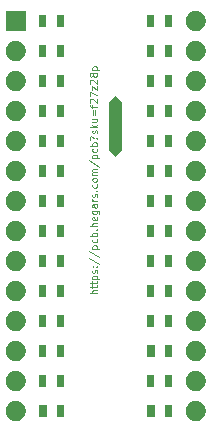
<source format=gbr>
G04 #@! TF.GenerationSoftware,KiCad,Pcbnew,(5.1.6)-1*
G04 #@! TF.CreationDate,2020-12-06T15:05:41+11:00*
G04 #@! TF.ProjectId,EAadaptor,45416164-6170-4746-9f72-2e6b69636164,rev?*
G04 #@! TF.SameCoordinates,Original*
G04 #@! TF.FileFunction,Soldermask,Top*
G04 #@! TF.FilePolarity,Negative*
%FSLAX46Y46*%
G04 Gerber Fmt 4.6, Leading zero omitted, Abs format (unit mm)*
G04 Created by KiCad (PCBNEW (5.1.6)-1) date 2020-12-06 15:05:41*
%MOMM*%
%LPD*%
G01*
G04 APERTURE LIST*
%ADD10C,0.100000*%
%ADD11C,0.125000*%
G04 APERTURE END LIST*
D10*
G36*
X146558000Y-89916000D02*
G01*
X146050000Y-89408000D01*
X147066000Y-89408000D01*
X146558000Y-89916000D01*
G37*
X146558000Y-89916000D02*
X146050000Y-89408000D01*
X147066000Y-89408000D01*
X146558000Y-89916000D01*
G36*
X147066000Y-85344000D02*
G01*
X146050000Y-85344000D01*
X146558000Y-84836000D01*
X147066000Y-85344000D01*
G37*
X147066000Y-85344000D02*
X146050000Y-85344000D01*
X146558000Y-84836000D01*
X147066000Y-85344000D01*
G36*
X147066000Y-89408000D02*
G01*
X146050000Y-89408000D01*
X146050000Y-85344000D01*
X147066000Y-85344000D01*
X147066000Y-89408000D01*
G37*
X147066000Y-89408000D02*
X146050000Y-89408000D01*
X146050000Y-85344000D01*
X147066000Y-85344000D01*
X147066000Y-89408000D01*
D11*
X145051428Y-101548000D02*
X144451428Y-101548000D01*
X145051428Y-101290857D02*
X144737142Y-101290857D01*
X144680000Y-101319428D01*
X144651428Y-101376571D01*
X144651428Y-101462285D01*
X144680000Y-101519428D01*
X144708571Y-101548000D01*
X144651428Y-101090857D02*
X144651428Y-100862285D01*
X144451428Y-101005142D02*
X144965714Y-101005142D01*
X145022857Y-100976571D01*
X145051428Y-100919428D01*
X145051428Y-100862285D01*
X144651428Y-100748000D02*
X144651428Y-100519428D01*
X144451428Y-100662285D02*
X144965714Y-100662285D01*
X145022857Y-100633714D01*
X145051428Y-100576571D01*
X145051428Y-100519428D01*
X144651428Y-100319428D02*
X145251428Y-100319428D01*
X144680000Y-100319428D02*
X144651428Y-100262285D01*
X144651428Y-100148000D01*
X144680000Y-100090857D01*
X144708571Y-100062285D01*
X144765714Y-100033714D01*
X144937142Y-100033714D01*
X144994285Y-100062285D01*
X145022857Y-100090857D01*
X145051428Y-100148000D01*
X145051428Y-100262285D01*
X145022857Y-100319428D01*
X145022857Y-99805142D02*
X145051428Y-99748000D01*
X145051428Y-99633714D01*
X145022857Y-99576571D01*
X144965714Y-99548000D01*
X144937142Y-99548000D01*
X144880000Y-99576571D01*
X144851428Y-99633714D01*
X144851428Y-99719428D01*
X144822857Y-99776571D01*
X144765714Y-99805142D01*
X144737142Y-99805142D01*
X144680000Y-99776571D01*
X144651428Y-99719428D01*
X144651428Y-99633714D01*
X144680000Y-99576571D01*
X144994285Y-99290857D02*
X145022857Y-99262285D01*
X145051428Y-99290857D01*
X145022857Y-99319428D01*
X144994285Y-99290857D01*
X145051428Y-99290857D01*
X144680000Y-99290857D02*
X144708571Y-99262285D01*
X144737142Y-99290857D01*
X144708571Y-99319428D01*
X144680000Y-99290857D01*
X144737142Y-99290857D01*
X144422857Y-98576571D02*
X145194285Y-99090857D01*
X144422857Y-97948000D02*
X145194285Y-98462285D01*
X144651428Y-97748000D02*
X145251428Y-97748000D01*
X144680000Y-97748000D02*
X144651428Y-97690857D01*
X144651428Y-97576571D01*
X144680000Y-97519428D01*
X144708571Y-97490857D01*
X144765714Y-97462285D01*
X144937142Y-97462285D01*
X144994285Y-97490857D01*
X145022857Y-97519428D01*
X145051428Y-97576571D01*
X145051428Y-97690857D01*
X145022857Y-97748000D01*
X145022857Y-96948000D02*
X145051428Y-97005142D01*
X145051428Y-97119428D01*
X145022857Y-97176571D01*
X144994285Y-97205142D01*
X144937142Y-97233714D01*
X144765714Y-97233714D01*
X144708571Y-97205142D01*
X144680000Y-97176571D01*
X144651428Y-97119428D01*
X144651428Y-97005142D01*
X144680000Y-96948000D01*
X145051428Y-96690857D02*
X144451428Y-96690857D01*
X144680000Y-96690857D02*
X144651428Y-96633714D01*
X144651428Y-96519428D01*
X144680000Y-96462285D01*
X144708571Y-96433714D01*
X144765714Y-96405142D01*
X144937142Y-96405142D01*
X144994285Y-96433714D01*
X145022857Y-96462285D01*
X145051428Y-96519428D01*
X145051428Y-96633714D01*
X145022857Y-96690857D01*
X144994285Y-96148000D02*
X145022857Y-96119428D01*
X145051428Y-96148000D01*
X145022857Y-96176571D01*
X144994285Y-96148000D01*
X145051428Y-96148000D01*
X145051428Y-95862285D02*
X144451428Y-95862285D01*
X145051428Y-95605142D02*
X144737142Y-95605142D01*
X144680000Y-95633714D01*
X144651428Y-95690857D01*
X144651428Y-95776571D01*
X144680000Y-95833714D01*
X144708571Y-95862285D01*
X145022857Y-95090857D02*
X145051428Y-95148000D01*
X145051428Y-95262285D01*
X145022857Y-95319428D01*
X144965714Y-95348000D01*
X144737142Y-95348000D01*
X144680000Y-95319428D01*
X144651428Y-95262285D01*
X144651428Y-95148000D01*
X144680000Y-95090857D01*
X144737142Y-95062285D01*
X144794285Y-95062285D01*
X144851428Y-95348000D01*
X144651428Y-94548000D02*
X145137142Y-94548000D01*
X145194285Y-94576571D01*
X145222857Y-94605142D01*
X145251428Y-94662285D01*
X145251428Y-94748000D01*
X145222857Y-94805142D01*
X145022857Y-94548000D02*
X145051428Y-94605142D01*
X145051428Y-94719428D01*
X145022857Y-94776571D01*
X144994285Y-94805142D01*
X144937142Y-94833714D01*
X144765714Y-94833714D01*
X144708571Y-94805142D01*
X144680000Y-94776571D01*
X144651428Y-94719428D01*
X144651428Y-94605142D01*
X144680000Y-94548000D01*
X145051428Y-94005142D02*
X144737142Y-94005142D01*
X144680000Y-94033714D01*
X144651428Y-94090857D01*
X144651428Y-94205142D01*
X144680000Y-94262285D01*
X145022857Y-94005142D02*
X145051428Y-94062285D01*
X145051428Y-94205142D01*
X145022857Y-94262285D01*
X144965714Y-94290857D01*
X144908571Y-94290857D01*
X144851428Y-94262285D01*
X144822857Y-94205142D01*
X144822857Y-94062285D01*
X144794285Y-94005142D01*
X145051428Y-93719428D02*
X144651428Y-93719428D01*
X144765714Y-93719428D02*
X144708571Y-93690857D01*
X144680000Y-93662285D01*
X144651428Y-93605142D01*
X144651428Y-93548000D01*
X145022857Y-93376571D02*
X145051428Y-93319428D01*
X145051428Y-93205142D01*
X145022857Y-93148000D01*
X144965714Y-93119428D01*
X144937142Y-93119428D01*
X144880000Y-93148000D01*
X144851428Y-93205142D01*
X144851428Y-93290857D01*
X144822857Y-93348000D01*
X144765714Y-93376571D01*
X144737142Y-93376571D01*
X144680000Y-93348000D01*
X144651428Y-93290857D01*
X144651428Y-93205142D01*
X144680000Y-93148000D01*
X144994285Y-92862285D02*
X145022857Y-92833714D01*
X145051428Y-92862285D01*
X145022857Y-92890857D01*
X144994285Y-92862285D01*
X145051428Y-92862285D01*
X145022857Y-92319428D02*
X145051428Y-92376571D01*
X145051428Y-92490857D01*
X145022857Y-92548000D01*
X144994285Y-92576571D01*
X144937142Y-92605142D01*
X144765714Y-92605142D01*
X144708571Y-92576571D01*
X144680000Y-92548000D01*
X144651428Y-92490857D01*
X144651428Y-92376571D01*
X144680000Y-92319428D01*
X145051428Y-91976571D02*
X145022857Y-92033714D01*
X144994285Y-92062285D01*
X144937142Y-92090857D01*
X144765714Y-92090857D01*
X144708571Y-92062285D01*
X144680000Y-92033714D01*
X144651428Y-91976571D01*
X144651428Y-91890857D01*
X144680000Y-91833714D01*
X144708571Y-91805142D01*
X144765714Y-91776571D01*
X144937142Y-91776571D01*
X144994285Y-91805142D01*
X145022857Y-91833714D01*
X145051428Y-91890857D01*
X145051428Y-91976571D01*
X145051428Y-91519428D02*
X144651428Y-91519428D01*
X144708571Y-91519428D02*
X144680000Y-91490857D01*
X144651428Y-91433714D01*
X144651428Y-91348000D01*
X144680000Y-91290857D01*
X144737142Y-91262285D01*
X145051428Y-91262285D01*
X144737142Y-91262285D02*
X144680000Y-91233714D01*
X144651428Y-91176571D01*
X144651428Y-91090857D01*
X144680000Y-91033714D01*
X144737142Y-91005142D01*
X145051428Y-91005142D01*
X144422857Y-90290857D02*
X145194285Y-90805142D01*
X144651428Y-90090857D02*
X145251428Y-90090857D01*
X144680000Y-90090857D02*
X144651428Y-90033714D01*
X144651428Y-89919428D01*
X144680000Y-89862285D01*
X144708571Y-89833714D01*
X144765714Y-89805142D01*
X144937142Y-89805142D01*
X144994285Y-89833714D01*
X145022857Y-89862285D01*
X145051428Y-89919428D01*
X145051428Y-90033714D01*
X145022857Y-90090857D01*
X145022857Y-89290857D02*
X145051428Y-89348000D01*
X145051428Y-89462285D01*
X145022857Y-89519428D01*
X144994285Y-89548000D01*
X144937142Y-89576571D01*
X144765714Y-89576571D01*
X144708571Y-89548000D01*
X144680000Y-89519428D01*
X144651428Y-89462285D01*
X144651428Y-89348000D01*
X144680000Y-89290857D01*
X145051428Y-89033714D02*
X144451428Y-89033714D01*
X144680000Y-89033714D02*
X144651428Y-88976571D01*
X144651428Y-88862285D01*
X144680000Y-88805142D01*
X144708571Y-88776571D01*
X144765714Y-88748000D01*
X144937142Y-88748000D01*
X144994285Y-88776571D01*
X145022857Y-88805142D01*
X145051428Y-88862285D01*
X145051428Y-88976571D01*
X145022857Y-89033714D01*
X144994285Y-88405142D02*
X145022857Y-88376571D01*
X145051428Y-88405142D01*
X145022857Y-88433714D01*
X144994285Y-88405142D01*
X145051428Y-88405142D01*
X144480000Y-88519428D02*
X144451428Y-88462285D01*
X144451428Y-88319428D01*
X144480000Y-88262285D01*
X144537142Y-88233714D01*
X144594285Y-88233714D01*
X144651428Y-88262285D01*
X144680000Y-88290857D01*
X144708571Y-88348000D01*
X144737142Y-88376571D01*
X144794285Y-88405142D01*
X144822857Y-88405142D01*
X145022857Y-88005142D02*
X145051428Y-87948000D01*
X145051428Y-87833714D01*
X145022857Y-87776571D01*
X144965714Y-87748000D01*
X144937142Y-87748000D01*
X144880000Y-87776571D01*
X144851428Y-87833714D01*
X144851428Y-87919428D01*
X144822857Y-87976571D01*
X144765714Y-88005142D01*
X144737142Y-88005142D01*
X144680000Y-87976571D01*
X144651428Y-87919428D01*
X144651428Y-87833714D01*
X144680000Y-87776571D01*
X145051428Y-87490857D02*
X144451428Y-87490857D01*
X144822857Y-87433714D02*
X145051428Y-87262285D01*
X144651428Y-87262285D02*
X144880000Y-87490857D01*
X144651428Y-86748000D02*
X145051428Y-86748000D01*
X144651428Y-87005142D02*
X144965714Y-87005142D01*
X145022857Y-86976571D01*
X145051428Y-86919428D01*
X145051428Y-86833714D01*
X145022857Y-86776571D01*
X144994285Y-86748000D01*
X144737142Y-86462285D02*
X144737142Y-86005142D01*
X144908571Y-86005142D02*
X144908571Y-86462285D01*
X144651428Y-85805142D02*
X144651428Y-85576571D01*
X145051428Y-85719428D02*
X144537142Y-85719428D01*
X144480000Y-85690857D01*
X144451428Y-85633714D01*
X144451428Y-85576571D01*
X144508571Y-85405142D02*
X144480000Y-85376571D01*
X144451428Y-85319428D01*
X144451428Y-85176571D01*
X144480000Y-85119428D01*
X144508571Y-85090857D01*
X144565714Y-85062285D01*
X144622857Y-85062285D01*
X144708571Y-85090857D01*
X145051428Y-85433714D01*
X145051428Y-85062285D01*
X144451428Y-84862285D02*
X144451428Y-84462285D01*
X145051428Y-84719428D01*
X144651428Y-84290857D02*
X144651428Y-83976571D01*
X145051428Y-84290857D01*
X145051428Y-83976571D01*
X144508571Y-83776571D02*
X144480000Y-83748000D01*
X144451428Y-83690857D01*
X144451428Y-83548000D01*
X144480000Y-83490857D01*
X144508571Y-83462285D01*
X144565714Y-83433714D01*
X144622857Y-83433714D01*
X144708571Y-83462285D01*
X145051428Y-83805142D01*
X145051428Y-83433714D01*
X144708571Y-83090857D02*
X144680000Y-83148000D01*
X144651428Y-83176571D01*
X144594285Y-83205142D01*
X144565714Y-83205142D01*
X144508571Y-83176571D01*
X144480000Y-83148000D01*
X144451428Y-83090857D01*
X144451428Y-82976571D01*
X144480000Y-82919428D01*
X144508571Y-82890857D01*
X144565714Y-82862285D01*
X144594285Y-82862285D01*
X144651428Y-82890857D01*
X144680000Y-82919428D01*
X144708571Y-82976571D01*
X144708571Y-83090857D01*
X144737142Y-83148000D01*
X144765714Y-83176571D01*
X144822857Y-83205142D01*
X144937142Y-83205142D01*
X144994285Y-83176571D01*
X145022857Y-83148000D01*
X145051428Y-83090857D01*
X145051428Y-82976571D01*
X145022857Y-82919428D01*
X144994285Y-82890857D01*
X144937142Y-82862285D01*
X144822857Y-82862285D01*
X144765714Y-82890857D01*
X144737142Y-82919428D01*
X144708571Y-82976571D01*
X144651428Y-82605142D02*
X145251428Y-82605142D01*
X144680000Y-82605142D02*
X144651428Y-82548000D01*
X144651428Y-82433714D01*
X144680000Y-82376571D01*
X144708571Y-82348000D01*
X144765714Y-82319428D01*
X144937142Y-82319428D01*
X144994285Y-82348000D01*
X145022857Y-82376571D01*
X145051428Y-82433714D01*
X145051428Y-82548000D01*
X145022857Y-82605142D01*
D10*
G36*
X153664228Y-110687703D02*
G01*
X153819100Y-110751853D01*
X153958481Y-110844985D01*
X154077015Y-110963519D01*
X154170147Y-111102900D01*
X154234297Y-111257772D01*
X154267000Y-111422184D01*
X154267000Y-111589816D01*
X154234297Y-111754228D01*
X154170147Y-111909100D01*
X154077015Y-112048481D01*
X153958481Y-112167015D01*
X153819100Y-112260147D01*
X153664228Y-112324297D01*
X153499816Y-112357000D01*
X153332184Y-112357000D01*
X153167772Y-112324297D01*
X153012900Y-112260147D01*
X152873519Y-112167015D01*
X152754985Y-112048481D01*
X152661853Y-111909100D01*
X152597703Y-111754228D01*
X152565000Y-111589816D01*
X152565000Y-111422184D01*
X152597703Y-111257772D01*
X152661853Y-111102900D01*
X152754985Y-110963519D01*
X152873519Y-110844985D01*
X153012900Y-110751853D01*
X153167772Y-110687703D01*
X153332184Y-110655000D01*
X153499816Y-110655000D01*
X153664228Y-110687703D01*
G37*
G36*
X138424228Y-110687703D02*
G01*
X138579100Y-110751853D01*
X138718481Y-110844985D01*
X138837015Y-110963519D01*
X138930147Y-111102900D01*
X138994297Y-111257772D01*
X139027000Y-111422184D01*
X139027000Y-111589816D01*
X138994297Y-111754228D01*
X138930147Y-111909100D01*
X138837015Y-112048481D01*
X138718481Y-112167015D01*
X138579100Y-112260147D01*
X138424228Y-112324297D01*
X138259816Y-112357000D01*
X138092184Y-112357000D01*
X137927772Y-112324297D01*
X137772900Y-112260147D01*
X137633519Y-112167015D01*
X137514985Y-112048481D01*
X137421853Y-111909100D01*
X137357703Y-111754228D01*
X137325000Y-111589816D01*
X137325000Y-111422184D01*
X137357703Y-111257772D01*
X137421853Y-111102900D01*
X137514985Y-110963519D01*
X137633519Y-110844985D01*
X137772900Y-110751853D01*
X137927772Y-110687703D01*
X138092184Y-110655000D01*
X138259816Y-110655000D01*
X138424228Y-110687703D01*
G37*
G36*
X151431000Y-112007000D02*
G01*
X150829000Y-112007000D01*
X150829000Y-111005000D01*
X151431000Y-111005000D01*
X151431000Y-112007000D01*
G37*
G36*
X140787000Y-112007000D02*
G01*
X140185000Y-112007000D01*
X140185000Y-111005000D01*
X140787000Y-111005000D01*
X140787000Y-112007000D01*
G37*
G36*
X149931000Y-112007000D02*
G01*
X149329000Y-112007000D01*
X149329000Y-111005000D01*
X149931000Y-111005000D01*
X149931000Y-112007000D01*
G37*
G36*
X142287000Y-112007000D02*
G01*
X141685000Y-112007000D01*
X141685000Y-111005000D01*
X142287000Y-111005000D01*
X142287000Y-112007000D01*
G37*
G36*
X153664228Y-108147703D02*
G01*
X153819100Y-108211853D01*
X153958481Y-108304985D01*
X154077015Y-108423519D01*
X154170147Y-108562900D01*
X154234297Y-108717772D01*
X154267000Y-108882184D01*
X154267000Y-109049816D01*
X154234297Y-109214228D01*
X154170147Y-109369100D01*
X154077015Y-109508481D01*
X153958481Y-109627015D01*
X153819100Y-109720147D01*
X153664228Y-109784297D01*
X153499816Y-109817000D01*
X153332184Y-109817000D01*
X153167772Y-109784297D01*
X153012900Y-109720147D01*
X152873519Y-109627015D01*
X152754985Y-109508481D01*
X152661853Y-109369100D01*
X152597703Y-109214228D01*
X152565000Y-109049816D01*
X152565000Y-108882184D01*
X152597703Y-108717772D01*
X152661853Y-108562900D01*
X152754985Y-108423519D01*
X152873519Y-108304985D01*
X153012900Y-108211853D01*
X153167772Y-108147703D01*
X153332184Y-108115000D01*
X153499816Y-108115000D01*
X153664228Y-108147703D01*
G37*
G36*
X138424228Y-108147703D02*
G01*
X138579100Y-108211853D01*
X138718481Y-108304985D01*
X138837015Y-108423519D01*
X138930147Y-108562900D01*
X138994297Y-108717772D01*
X139027000Y-108882184D01*
X139027000Y-109049816D01*
X138994297Y-109214228D01*
X138930147Y-109369100D01*
X138837015Y-109508481D01*
X138718481Y-109627015D01*
X138579100Y-109720147D01*
X138424228Y-109784297D01*
X138259816Y-109817000D01*
X138092184Y-109817000D01*
X137927772Y-109784297D01*
X137772900Y-109720147D01*
X137633519Y-109627015D01*
X137514985Y-109508481D01*
X137421853Y-109369100D01*
X137357703Y-109214228D01*
X137325000Y-109049816D01*
X137325000Y-108882184D01*
X137357703Y-108717772D01*
X137421853Y-108562900D01*
X137514985Y-108423519D01*
X137633519Y-108304985D01*
X137772900Y-108211853D01*
X137927772Y-108147703D01*
X138092184Y-108115000D01*
X138259816Y-108115000D01*
X138424228Y-108147703D01*
G37*
G36*
X140775000Y-109467000D02*
G01*
X140173000Y-109467000D01*
X140173000Y-108465000D01*
X140775000Y-108465000D01*
X140775000Y-109467000D01*
G37*
G36*
X149919000Y-109467000D02*
G01*
X149317000Y-109467000D01*
X149317000Y-108465000D01*
X149919000Y-108465000D01*
X149919000Y-109467000D01*
G37*
G36*
X151419000Y-109467000D02*
G01*
X150817000Y-109467000D01*
X150817000Y-108465000D01*
X151419000Y-108465000D01*
X151419000Y-109467000D01*
G37*
G36*
X142275000Y-109467000D02*
G01*
X141673000Y-109467000D01*
X141673000Y-108465000D01*
X142275000Y-108465000D01*
X142275000Y-109467000D01*
G37*
G36*
X138424228Y-105607703D02*
G01*
X138579100Y-105671853D01*
X138718481Y-105764985D01*
X138837015Y-105883519D01*
X138930147Y-106022900D01*
X138994297Y-106177772D01*
X139027000Y-106342184D01*
X139027000Y-106509816D01*
X138994297Y-106674228D01*
X138930147Y-106829100D01*
X138837015Y-106968481D01*
X138718481Y-107087015D01*
X138579100Y-107180147D01*
X138424228Y-107244297D01*
X138259816Y-107277000D01*
X138092184Y-107277000D01*
X137927772Y-107244297D01*
X137772900Y-107180147D01*
X137633519Y-107087015D01*
X137514985Y-106968481D01*
X137421853Y-106829100D01*
X137357703Y-106674228D01*
X137325000Y-106509816D01*
X137325000Y-106342184D01*
X137357703Y-106177772D01*
X137421853Y-106022900D01*
X137514985Y-105883519D01*
X137633519Y-105764985D01*
X137772900Y-105671853D01*
X137927772Y-105607703D01*
X138092184Y-105575000D01*
X138259816Y-105575000D01*
X138424228Y-105607703D01*
G37*
G36*
X153664228Y-105607703D02*
G01*
X153819100Y-105671853D01*
X153958481Y-105764985D01*
X154077015Y-105883519D01*
X154170147Y-106022900D01*
X154234297Y-106177772D01*
X154267000Y-106342184D01*
X154267000Y-106509816D01*
X154234297Y-106674228D01*
X154170147Y-106829100D01*
X154077015Y-106968481D01*
X153958481Y-107087015D01*
X153819100Y-107180147D01*
X153664228Y-107244297D01*
X153499816Y-107277000D01*
X153332184Y-107277000D01*
X153167772Y-107244297D01*
X153012900Y-107180147D01*
X152873519Y-107087015D01*
X152754985Y-106968481D01*
X152661853Y-106829100D01*
X152597703Y-106674228D01*
X152565000Y-106509816D01*
X152565000Y-106342184D01*
X152597703Y-106177772D01*
X152661853Y-106022900D01*
X152754985Y-105883519D01*
X152873519Y-105764985D01*
X153012900Y-105671853D01*
X153167772Y-105607703D01*
X153332184Y-105575000D01*
X153499816Y-105575000D01*
X153664228Y-105607703D01*
G37*
G36*
X151431000Y-106927000D02*
G01*
X150829000Y-106927000D01*
X150829000Y-105925000D01*
X151431000Y-105925000D01*
X151431000Y-106927000D01*
G37*
G36*
X149931000Y-106927000D02*
G01*
X149329000Y-106927000D01*
X149329000Y-105925000D01*
X149931000Y-105925000D01*
X149931000Y-106927000D01*
G37*
G36*
X142275000Y-106927000D02*
G01*
X141673000Y-106927000D01*
X141673000Y-105925000D01*
X142275000Y-105925000D01*
X142275000Y-106927000D01*
G37*
G36*
X140775000Y-106927000D02*
G01*
X140173000Y-106927000D01*
X140173000Y-105925000D01*
X140775000Y-105925000D01*
X140775000Y-106927000D01*
G37*
G36*
X138424228Y-103067703D02*
G01*
X138579100Y-103131853D01*
X138718481Y-103224985D01*
X138837015Y-103343519D01*
X138930147Y-103482900D01*
X138994297Y-103637772D01*
X139027000Y-103802184D01*
X139027000Y-103969816D01*
X138994297Y-104134228D01*
X138930147Y-104289100D01*
X138837015Y-104428481D01*
X138718481Y-104547015D01*
X138579100Y-104640147D01*
X138424228Y-104704297D01*
X138259816Y-104737000D01*
X138092184Y-104737000D01*
X137927772Y-104704297D01*
X137772900Y-104640147D01*
X137633519Y-104547015D01*
X137514985Y-104428481D01*
X137421853Y-104289100D01*
X137357703Y-104134228D01*
X137325000Y-103969816D01*
X137325000Y-103802184D01*
X137357703Y-103637772D01*
X137421853Y-103482900D01*
X137514985Y-103343519D01*
X137633519Y-103224985D01*
X137772900Y-103131853D01*
X137927772Y-103067703D01*
X138092184Y-103035000D01*
X138259816Y-103035000D01*
X138424228Y-103067703D01*
G37*
G36*
X153664228Y-103067703D02*
G01*
X153819100Y-103131853D01*
X153958481Y-103224985D01*
X154077015Y-103343519D01*
X154170147Y-103482900D01*
X154234297Y-103637772D01*
X154267000Y-103802184D01*
X154267000Y-103969816D01*
X154234297Y-104134228D01*
X154170147Y-104289100D01*
X154077015Y-104428481D01*
X153958481Y-104547015D01*
X153819100Y-104640147D01*
X153664228Y-104704297D01*
X153499816Y-104737000D01*
X153332184Y-104737000D01*
X153167772Y-104704297D01*
X153012900Y-104640147D01*
X152873519Y-104547015D01*
X152754985Y-104428481D01*
X152661853Y-104289100D01*
X152597703Y-104134228D01*
X152565000Y-103969816D01*
X152565000Y-103802184D01*
X152597703Y-103637772D01*
X152661853Y-103482900D01*
X152754985Y-103343519D01*
X152873519Y-103224985D01*
X153012900Y-103131853D01*
X153167772Y-103067703D01*
X153332184Y-103035000D01*
X153499816Y-103035000D01*
X153664228Y-103067703D01*
G37*
G36*
X142275000Y-104387000D02*
G01*
X141673000Y-104387000D01*
X141673000Y-103385000D01*
X142275000Y-103385000D01*
X142275000Y-104387000D01*
G37*
G36*
X151419000Y-104387000D02*
G01*
X150817000Y-104387000D01*
X150817000Y-103385000D01*
X151419000Y-103385000D01*
X151419000Y-104387000D01*
G37*
G36*
X140775000Y-104387000D02*
G01*
X140173000Y-104387000D01*
X140173000Y-103385000D01*
X140775000Y-103385000D01*
X140775000Y-104387000D01*
G37*
G36*
X149919000Y-104387000D02*
G01*
X149317000Y-104387000D01*
X149317000Y-103385000D01*
X149919000Y-103385000D01*
X149919000Y-104387000D01*
G37*
G36*
X153664228Y-100527703D02*
G01*
X153819100Y-100591853D01*
X153958481Y-100684985D01*
X154077015Y-100803519D01*
X154170147Y-100942900D01*
X154234297Y-101097772D01*
X154267000Y-101262184D01*
X154267000Y-101429816D01*
X154234297Y-101594228D01*
X154170147Y-101749100D01*
X154077015Y-101888481D01*
X153958481Y-102007015D01*
X153819100Y-102100147D01*
X153664228Y-102164297D01*
X153499816Y-102197000D01*
X153332184Y-102197000D01*
X153167772Y-102164297D01*
X153012900Y-102100147D01*
X152873519Y-102007015D01*
X152754985Y-101888481D01*
X152661853Y-101749100D01*
X152597703Y-101594228D01*
X152565000Y-101429816D01*
X152565000Y-101262184D01*
X152597703Y-101097772D01*
X152661853Y-100942900D01*
X152754985Y-100803519D01*
X152873519Y-100684985D01*
X153012900Y-100591853D01*
X153167772Y-100527703D01*
X153332184Y-100495000D01*
X153499816Y-100495000D01*
X153664228Y-100527703D01*
G37*
G36*
X138424228Y-100527703D02*
G01*
X138579100Y-100591853D01*
X138718481Y-100684985D01*
X138837015Y-100803519D01*
X138930147Y-100942900D01*
X138994297Y-101097772D01*
X139027000Y-101262184D01*
X139027000Y-101429816D01*
X138994297Y-101594228D01*
X138930147Y-101749100D01*
X138837015Y-101888481D01*
X138718481Y-102007015D01*
X138579100Y-102100147D01*
X138424228Y-102164297D01*
X138259816Y-102197000D01*
X138092184Y-102197000D01*
X137927772Y-102164297D01*
X137772900Y-102100147D01*
X137633519Y-102007015D01*
X137514985Y-101888481D01*
X137421853Y-101749100D01*
X137357703Y-101594228D01*
X137325000Y-101429816D01*
X137325000Y-101262184D01*
X137357703Y-101097772D01*
X137421853Y-100942900D01*
X137514985Y-100803519D01*
X137633519Y-100684985D01*
X137772900Y-100591853D01*
X137927772Y-100527703D01*
X138092184Y-100495000D01*
X138259816Y-100495000D01*
X138424228Y-100527703D01*
G37*
G36*
X151419000Y-101847000D02*
G01*
X150817000Y-101847000D01*
X150817000Y-100845000D01*
X151419000Y-100845000D01*
X151419000Y-101847000D01*
G37*
G36*
X149919000Y-101847000D02*
G01*
X149317000Y-101847000D01*
X149317000Y-100845000D01*
X149919000Y-100845000D01*
X149919000Y-101847000D01*
G37*
G36*
X142275000Y-101847000D02*
G01*
X141673000Y-101847000D01*
X141673000Y-100845000D01*
X142275000Y-100845000D01*
X142275000Y-101847000D01*
G37*
G36*
X140775000Y-101847000D02*
G01*
X140173000Y-101847000D01*
X140173000Y-100845000D01*
X140775000Y-100845000D01*
X140775000Y-101847000D01*
G37*
G36*
X138424228Y-97987703D02*
G01*
X138579100Y-98051853D01*
X138718481Y-98144985D01*
X138837015Y-98263519D01*
X138930147Y-98402900D01*
X138994297Y-98557772D01*
X139027000Y-98722184D01*
X139027000Y-98889816D01*
X138994297Y-99054228D01*
X138930147Y-99209100D01*
X138837015Y-99348481D01*
X138718481Y-99467015D01*
X138579100Y-99560147D01*
X138424228Y-99624297D01*
X138259816Y-99657000D01*
X138092184Y-99657000D01*
X137927772Y-99624297D01*
X137772900Y-99560147D01*
X137633519Y-99467015D01*
X137514985Y-99348481D01*
X137421853Y-99209100D01*
X137357703Y-99054228D01*
X137325000Y-98889816D01*
X137325000Y-98722184D01*
X137357703Y-98557772D01*
X137421853Y-98402900D01*
X137514985Y-98263519D01*
X137633519Y-98144985D01*
X137772900Y-98051853D01*
X137927772Y-97987703D01*
X138092184Y-97955000D01*
X138259816Y-97955000D01*
X138424228Y-97987703D01*
G37*
G36*
X153664228Y-97987703D02*
G01*
X153819100Y-98051853D01*
X153958481Y-98144985D01*
X154077015Y-98263519D01*
X154170147Y-98402900D01*
X154234297Y-98557772D01*
X154267000Y-98722184D01*
X154267000Y-98889816D01*
X154234297Y-99054228D01*
X154170147Y-99209100D01*
X154077015Y-99348481D01*
X153958481Y-99467015D01*
X153819100Y-99560147D01*
X153664228Y-99624297D01*
X153499816Y-99657000D01*
X153332184Y-99657000D01*
X153167772Y-99624297D01*
X153012900Y-99560147D01*
X152873519Y-99467015D01*
X152754985Y-99348481D01*
X152661853Y-99209100D01*
X152597703Y-99054228D01*
X152565000Y-98889816D01*
X152565000Y-98722184D01*
X152597703Y-98557772D01*
X152661853Y-98402900D01*
X152754985Y-98263519D01*
X152873519Y-98144985D01*
X153012900Y-98051853D01*
X153167772Y-97987703D01*
X153332184Y-97955000D01*
X153499816Y-97955000D01*
X153664228Y-97987703D01*
G37*
G36*
X140775000Y-99307000D02*
G01*
X140173000Y-99307000D01*
X140173000Y-98305000D01*
X140775000Y-98305000D01*
X140775000Y-99307000D01*
G37*
G36*
X149919000Y-99307000D02*
G01*
X149317000Y-99307000D01*
X149317000Y-98305000D01*
X149919000Y-98305000D01*
X149919000Y-99307000D01*
G37*
G36*
X151419000Y-99307000D02*
G01*
X150817000Y-99307000D01*
X150817000Y-98305000D01*
X151419000Y-98305000D01*
X151419000Y-99307000D01*
G37*
G36*
X142275000Y-99307000D02*
G01*
X141673000Y-99307000D01*
X141673000Y-98305000D01*
X142275000Y-98305000D01*
X142275000Y-99307000D01*
G37*
G36*
X153664228Y-95447703D02*
G01*
X153819100Y-95511853D01*
X153958481Y-95604985D01*
X154077015Y-95723519D01*
X154170147Y-95862900D01*
X154234297Y-96017772D01*
X154267000Y-96182184D01*
X154267000Y-96349816D01*
X154234297Y-96514228D01*
X154170147Y-96669100D01*
X154077015Y-96808481D01*
X153958481Y-96927015D01*
X153819100Y-97020147D01*
X153664228Y-97084297D01*
X153499816Y-97117000D01*
X153332184Y-97117000D01*
X153167772Y-97084297D01*
X153012900Y-97020147D01*
X152873519Y-96927015D01*
X152754985Y-96808481D01*
X152661853Y-96669100D01*
X152597703Y-96514228D01*
X152565000Y-96349816D01*
X152565000Y-96182184D01*
X152597703Y-96017772D01*
X152661853Y-95862900D01*
X152754985Y-95723519D01*
X152873519Y-95604985D01*
X153012900Y-95511853D01*
X153167772Y-95447703D01*
X153332184Y-95415000D01*
X153499816Y-95415000D01*
X153664228Y-95447703D01*
G37*
G36*
X138424228Y-95447703D02*
G01*
X138579100Y-95511853D01*
X138718481Y-95604985D01*
X138837015Y-95723519D01*
X138930147Y-95862900D01*
X138994297Y-96017772D01*
X139027000Y-96182184D01*
X139027000Y-96349816D01*
X138994297Y-96514228D01*
X138930147Y-96669100D01*
X138837015Y-96808481D01*
X138718481Y-96927015D01*
X138579100Y-97020147D01*
X138424228Y-97084297D01*
X138259816Y-97117000D01*
X138092184Y-97117000D01*
X137927772Y-97084297D01*
X137772900Y-97020147D01*
X137633519Y-96927015D01*
X137514985Y-96808481D01*
X137421853Y-96669100D01*
X137357703Y-96514228D01*
X137325000Y-96349816D01*
X137325000Y-96182184D01*
X137357703Y-96017772D01*
X137421853Y-95862900D01*
X137514985Y-95723519D01*
X137633519Y-95604985D01*
X137772900Y-95511853D01*
X137927772Y-95447703D01*
X138092184Y-95415000D01*
X138259816Y-95415000D01*
X138424228Y-95447703D01*
G37*
G36*
X149919000Y-96767000D02*
G01*
X149317000Y-96767000D01*
X149317000Y-95765000D01*
X149919000Y-95765000D01*
X149919000Y-96767000D01*
G37*
G36*
X151419000Y-96767000D02*
G01*
X150817000Y-96767000D01*
X150817000Y-95765000D01*
X151419000Y-95765000D01*
X151419000Y-96767000D01*
G37*
G36*
X142275000Y-96767000D02*
G01*
X141673000Y-96767000D01*
X141673000Y-95765000D01*
X142275000Y-95765000D01*
X142275000Y-96767000D01*
G37*
G36*
X140775000Y-96767000D02*
G01*
X140173000Y-96767000D01*
X140173000Y-95765000D01*
X140775000Y-95765000D01*
X140775000Y-96767000D01*
G37*
G36*
X138424228Y-92907703D02*
G01*
X138579100Y-92971853D01*
X138718481Y-93064985D01*
X138837015Y-93183519D01*
X138930147Y-93322900D01*
X138994297Y-93477772D01*
X139027000Y-93642184D01*
X139027000Y-93809816D01*
X138994297Y-93974228D01*
X138930147Y-94129100D01*
X138837015Y-94268481D01*
X138718481Y-94387015D01*
X138579100Y-94480147D01*
X138424228Y-94544297D01*
X138259816Y-94577000D01*
X138092184Y-94577000D01*
X137927772Y-94544297D01*
X137772900Y-94480147D01*
X137633519Y-94387015D01*
X137514985Y-94268481D01*
X137421853Y-94129100D01*
X137357703Y-93974228D01*
X137325000Y-93809816D01*
X137325000Y-93642184D01*
X137357703Y-93477772D01*
X137421853Y-93322900D01*
X137514985Y-93183519D01*
X137633519Y-93064985D01*
X137772900Y-92971853D01*
X137927772Y-92907703D01*
X138092184Y-92875000D01*
X138259816Y-92875000D01*
X138424228Y-92907703D01*
G37*
G36*
X153664228Y-92907703D02*
G01*
X153819100Y-92971853D01*
X153958481Y-93064985D01*
X154077015Y-93183519D01*
X154170147Y-93322900D01*
X154234297Y-93477772D01*
X154267000Y-93642184D01*
X154267000Y-93809816D01*
X154234297Y-93974228D01*
X154170147Y-94129100D01*
X154077015Y-94268481D01*
X153958481Y-94387015D01*
X153819100Y-94480147D01*
X153664228Y-94544297D01*
X153499816Y-94577000D01*
X153332184Y-94577000D01*
X153167772Y-94544297D01*
X153012900Y-94480147D01*
X152873519Y-94387015D01*
X152754985Y-94268481D01*
X152661853Y-94129100D01*
X152597703Y-93974228D01*
X152565000Y-93809816D01*
X152565000Y-93642184D01*
X152597703Y-93477772D01*
X152661853Y-93322900D01*
X152754985Y-93183519D01*
X152873519Y-93064985D01*
X153012900Y-92971853D01*
X153167772Y-92907703D01*
X153332184Y-92875000D01*
X153499816Y-92875000D01*
X153664228Y-92907703D01*
G37*
G36*
X149919000Y-94227000D02*
G01*
X149317000Y-94227000D01*
X149317000Y-93225000D01*
X149919000Y-93225000D01*
X149919000Y-94227000D01*
G37*
G36*
X151419000Y-94227000D02*
G01*
X150817000Y-94227000D01*
X150817000Y-93225000D01*
X151419000Y-93225000D01*
X151419000Y-94227000D01*
G37*
G36*
X142275000Y-94227000D02*
G01*
X141673000Y-94227000D01*
X141673000Y-93225000D01*
X142275000Y-93225000D01*
X142275000Y-94227000D01*
G37*
G36*
X140775000Y-94227000D02*
G01*
X140173000Y-94227000D01*
X140173000Y-93225000D01*
X140775000Y-93225000D01*
X140775000Y-94227000D01*
G37*
G36*
X153664228Y-90367703D02*
G01*
X153819100Y-90431853D01*
X153958481Y-90524985D01*
X154077015Y-90643519D01*
X154170147Y-90782900D01*
X154234297Y-90937772D01*
X154267000Y-91102184D01*
X154267000Y-91269816D01*
X154234297Y-91434228D01*
X154170147Y-91589100D01*
X154077015Y-91728481D01*
X153958481Y-91847015D01*
X153819100Y-91940147D01*
X153664228Y-92004297D01*
X153499816Y-92037000D01*
X153332184Y-92037000D01*
X153167772Y-92004297D01*
X153012900Y-91940147D01*
X152873519Y-91847015D01*
X152754985Y-91728481D01*
X152661853Y-91589100D01*
X152597703Y-91434228D01*
X152565000Y-91269816D01*
X152565000Y-91102184D01*
X152597703Y-90937772D01*
X152661853Y-90782900D01*
X152754985Y-90643519D01*
X152873519Y-90524985D01*
X153012900Y-90431853D01*
X153167772Y-90367703D01*
X153332184Y-90335000D01*
X153499816Y-90335000D01*
X153664228Y-90367703D01*
G37*
G36*
X138424228Y-90367703D02*
G01*
X138579100Y-90431853D01*
X138718481Y-90524985D01*
X138837015Y-90643519D01*
X138930147Y-90782900D01*
X138994297Y-90937772D01*
X139027000Y-91102184D01*
X139027000Y-91269816D01*
X138994297Y-91434228D01*
X138930147Y-91589100D01*
X138837015Y-91728481D01*
X138718481Y-91847015D01*
X138579100Y-91940147D01*
X138424228Y-92004297D01*
X138259816Y-92037000D01*
X138092184Y-92037000D01*
X137927772Y-92004297D01*
X137772900Y-91940147D01*
X137633519Y-91847015D01*
X137514985Y-91728481D01*
X137421853Y-91589100D01*
X137357703Y-91434228D01*
X137325000Y-91269816D01*
X137325000Y-91102184D01*
X137357703Y-90937772D01*
X137421853Y-90782900D01*
X137514985Y-90643519D01*
X137633519Y-90524985D01*
X137772900Y-90431853D01*
X137927772Y-90367703D01*
X138092184Y-90335000D01*
X138259816Y-90335000D01*
X138424228Y-90367703D01*
G37*
G36*
X151419000Y-91687000D02*
G01*
X150817000Y-91687000D01*
X150817000Y-90685000D01*
X151419000Y-90685000D01*
X151419000Y-91687000D01*
G37*
G36*
X149919000Y-91687000D02*
G01*
X149317000Y-91687000D01*
X149317000Y-90685000D01*
X149919000Y-90685000D01*
X149919000Y-91687000D01*
G37*
G36*
X140775000Y-91687000D02*
G01*
X140173000Y-91687000D01*
X140173000Y-90685000D01*
X140775000Y-90685000D01*
X140775000Y-91687000D01*
G37*
G36*
X142275000Y-91687000D02*
G01*
X141673000Y-91687000D01*
X141673000Y-90685000D01*
X142275000Y-90685000D01*
X142275000Y-91687000D01*
G37*
G36*
X138424228Y-87827703D02*
G01*
X138579100Y-87891853D01*
X138718481Y-87984985D01*
X138837015Y-88103519D01*
X138930147Y-88242900D01*
X138994297Y-88397772D01*
X139027000Y-88562184D01*
X139027000Y-88729816D01*
X138994297Y-88894228D01*
X138930147Y-89049100D01*
X138837015Y-89188481D01*
X138718481Y-89307015D01*
X138579100Y-89400147D01*
X138424228Y-89464297D01*
X138259816Y-89497000D01*
X138092184Y-89497000D01*
X137927772Y-89464297D01*
X137772900Y-89400147D01*
X137633519Y-89307015D01*
X137514985Y-89188481D01*
X137421853Y-89049100D01*
X137357703Y-88894228D01*
X137325000Y-88729816D01*
X137325000Y-88562184D01*
X137357703Y-88397772D01*
X137421853Y-88242900D01*
X137514985Y-88103519D01*
X137633519Y-87984985D01*
X137772900Y-87891853D01*
X137927772Y-87827703D01*
X138092184Y-87795000D01*
X138259816Y-87795000D01*
X138424228Y-87827703D01*
G37*
G36*
X153664228Y-87827703D02*
G01*
X153819100Y-87891853D01*
X153958481Y-87984985D01*
X154077015Y-88103519D01*
X154170147Y-88242900D01*
X154234297Y-88397772D01*
X154267000Y-88562184D01*
X154267000Y-88729816D01*
X154234297Y-88894228D01*
X154170147Y-89049100D01*
X154077015Y-89188481D01*
X153958481Y-89307015D01*
X153819100Y-89400147D01*
X153664228Y-89464297D01*
X153499816Y-89497000D01*
X153332184Y-89497000D01*
X153167772Y-89464297D01*
X153012900Y-89400147D01*
X152873519Y-89307015D01*
X152754985Y-89188481D01*
X152661853Y-89049100D01*
X152597703Y-88894228D01*
X152565000Y-88729816D01*
X152565000Y-88562184D01*
X152597703Y-88397772D01*
X152661853Y-88242900D01*
X152754985Y-88103519D01*
X152873519Y-87984985D01*
X153012900Y-87891853D01*
X153167772Y-87827703D01*
X153332184Y-87795000D01*
X153499816Y-87795000D01*
X153664228Y-87827703D01*
G37*
G36*
X151419000Y-89147000D02*
G01*
X150817000Y-89147000D01*
X150817000Y-88145000D01*
X151419000Y-88145000D01*
X151419000Y-89147000D01*
G37*
G36*
X149919000Y-89147000D02*
G01*
X149317000Y-89147000D01*
X149317000Y-88145000D01*
X149919000Y-88145000D01*
X149919000Y-89147000D01*
G37*
G36*
X140775000Y-89147000D02*
G01*
X140173000Y-89147000D01*
X140173000Y-88145000D01*
X140775000Y-88145000D01*
X140775000Y-89147000D01*
G37*
G36*
X142275000Y-89147000D02*
G01*
X141673000Y-89147000D01*
X141673000Y-88145000D01*
X142275000Y-88145000D01*
X142275000Y-89147000D01*
G37*
G36*
X153664228Y-85287703D02*
G01*
X153819100Y-85351853D01*
X153958481Y-85444985D01*
X154077015Y-85563519D01*
X154170147Y-85702900D01*
X154234297Y-85857772D01*
X154267000Y-86022184D01*
X154267000Y-86189816D01*
X154234297Y-86354228D01*
X154170147Y-86509100D01*
X154077015Y-86648481D01*
X153958481Y-86767015D01*
X153819100Y-86860147D01*
X153664228Y-86924297D01*
X153499816Y-86957000D01*
X153332184Y-86957000D01*
X153167772Y-86924297D01*
X153012900Y-86860147D01*
X152873519Y-86767015D01*
X152754985Y-86648481D01*
X152661853Y-86509100D01*
X152597703Y-86354228D01*
X152565000Y-86189816D01*
X152565000Y-86022184D01*
X152597703Y-85857772D01*
X152661853Y-85702900D01*
X152754985Y-85563519D01*
X152873519Y-85444985D01*
X153012900Y-85351853D01*
X153167772Y-85287703D01*
X153332184Y-85255000D01*
X153499816Y-85255000D01*
X153664228Y-85287703D01*
G37*
G36*
X138424228Y-85287703D02*
G01*
X138579100Y-85351853D01*
X138718481Y-85444985D01*
X138837015Y-85563519D01*
X138930147Y-85702900D01*
X138994297Y-85857772D01*
X139027000Y-86022184D01*
X139027000Y-86189816D01*
X138994297Y-86354228D01*
X138930147Y-86509100D01*
X138837015Y-86648481D01*
X138718481Y-86767015D01*
X138579100Y-86860147D01*
X138424228Y-86924297D01*
X138259816Y-86957000D01*
X138092184Y-86957000D01*
X137927772Y-86924297D01*
X137772900Y-86860147D01*
X137633519Y-86767015D01*
X137514985Y-86648481D01*
X137421853Y-86509100D01*
X137357703Y-86354228D01*
X137325000Y-86189816D01*
X137325000Y-86022184D01*
X137357703Y-85857772D01*
X137421853Y-85702900D01*
X137514985Y-85563519D01*
X137633519Y-85444985D01*
X137772900Y-85351853D01*
X137927772Y-85287703D01*
X138092184Y-85255000D01*
X138259816Y-85255000D01*
X138424228Y-85287703D01*
G37*
G36*
X151419000Y-86607000D02*
G01*
X150817000Y-86607000D01*
X150817000Y-85605000D01*
X151419000Y-85605000D01*
X151419000Y-86607000D01*
G37*
G36*
X140775000Y-86607000D02*
G01*
X140173000Y-86607000D01*
X140173000Y-85605000D01*
X140775000Y-85605000D01*
X140775000Y-86607000D01*
G37*
G36*
X142275000Y-86607000D02*
G01*
X141673000Y-86607000D01*
X141673000Y-85605000D01*
X142275000Y-85605000D01*
X142275000Y-86607000D01*
G37*
G36*
X149919000Y-86607000D02*
G01*
X149317000Y-86607000D01*
X149317000Y-85605000D01*
X149919000Y-85605000D01*
X149919000Y-86607000D01*
G37*
G36*
X153664228Y-82747703D02*
G01*
X153819100Y-82811853D01*
X153958481Y-82904985D01*
X154077015Y-83023519D01*
X154170147Y-83162900D01*
X154234297Y-83317772D01*
X154267000Y-83482184D01*
X154267000Y-83649816D01*
X154234297Y-83814228D01*
X154170147Y-83969100D01*
X154077015Y-84108481D01*
X153958481Y-84227015D01*
X153819100Y-84320147D01*
X153664228Y-84384297D01*
X153499816Y-84417000D01*
X153332184Y-84417000D01*
X153167772Y-84384297D01*
X153012900Y-84320147D01*
X152873519Y-84227015D01*
X152754985Y-84108481D01*
X152661853Y-83969100D01*
X152597703Y-83814228D01*
X152565000Y-83649816D01*
X152565000Y-83482184D01*
X152597703Y-83317772D01*
X152661853Y-83162900D01*
X152754985Y-83023519D01*
X152873519Y-82904985D01*
X153012900Y-82811853D01*
X153167772Y-82747703D01*
X153332184Y-82715000D01*
X153499816Y-82715000D01*
X153664228Y-82747703D01*
G37*
G36*
X138424228Y-82747703D02*
G01*
X138579100Y-82811853D01*
X138718481Y-82904985D01*
X138837015Y-83023519D01*
X138930147Y-83162900D01*
X138994297Y-83317772D01*
X139027000Y-83482184D01*
X139027000Y-83649816D01*
X138994297Y-83814228D01*
X138930147Y-83969100D01*
X138837015Y-84108481D01*
X138718481Y-84227015D01*
X138579100Y-84320147D01*
X138424228Y-84384297D01*
X138259816Y-84417000D01*
X138092184Y-84417000D01*
X137927772Y-84384297D01*
X137772900Y-84320147D01*
X137633519Y-84227015D01*
X137514985Y-84108481D01*
X137421853Y-83969100D01*
X137357703Y-83814228D01*
X137325000Y-83649816D01*
X137325000Y-83482184D01*
X137357703Y-83317772D01*
X137421853Y-83162900D01*
X137514985Y-83023519D01*
X137633519Y-82904985D01*
X137772900Y-82811853D01*
X137927772Y-82747703D01*
X138092184Y-82715000D01*
X138259816Y-82715000D01*
X138424228Y-82747703D01*
G37*
G36*
X149919000Y-84067000D02*
G01*
X149317000Y-84067000D01*
X149317000Y-83065000D01*
X149919000Y-83065000D01*
X149919000Y-84067000D01*
G37*
G36*
X151419000Y-84067000D02*
G01*
X150817000Y-84067000D01*
X150817000Y-83065000D01*
X151419000Y-83065000D01*
X151419000Y-84067000D01*
G37*
G36*
X142275000Y-84067000D02*
G01*
X141673000Y-84067000D01*
X141673000Y-83065000D01*
X142275000Y-83065000D01*
X142275000Y-84067000D01*
G37*
G36*
X140775000Y-84067000D02*
G01*
X140173000Y-84067000D01*
X140173000Y-83065000D01*
X140775000Y-83065000D01*
X140775000Y-84067000D01*
G37*
G36*
X153664228Y-80207703D02*
G01*
X153819100Y-80271853D01*
X153958481Y-80364985D01*
X154077015Y-80483519D01*
X154170147Y-80622900D01*
X154234297Y-80777772D01*
X154267000Y-80942184D01*
X154267000Y-81109816D01*
X154234297Y-81274228D01*
X154170147Y-81429100D01*
X154077015Y-81568481D01*
X153958481Y-81687015D01*
X153819100Y-81780147D01*
X153664228Y-81844297D01*
X153499816Y-81877000D01*
X153332184Y-81877000D01*
X153167772Y-81844297D01*
X153012900Y-81780147D01*
X152873519Y-81687015D01*
X152754985Y-81568481D01*
X152661853Y-81429100D01*
X152597703Y-81274228D01*
X152565000Y-81109816D01*
X152565000Y-80942184D01*
X152597703Y-80777772D01*
X152661853Y-80622900D01*
X152754985Y-80483519D01*
X152873519Y-80364985D01*
X153012900Y-80271853D01*
X153167772Y-80207703D01*
X153332184Y-80175000D01*
X153499816Y-80175000D01*
X153664228Y-80207703D01*
G37*
G36*
X138424228Y-80207703D02*
G01*
X138579100Y-80271853D01*
X138718481Y-80364985D01*
X138837015Y-80483519D01*
X138930147Y-80622900D01*
X138994297Y-80777772D01*
X139027000Y-80942184D01*
X139027000Y-81109816D01*
X138994297Y-81274228D01*
X138930147Y-81429100D01*
X138837015Y-81568481D01*
X138718481Y-81687015D01*
X138579100Y-81780147D01*
X138424228Y-81844297D01*
X138259816Y-81877000D01*
X138092184Y-81877000D01*
X137927772Y-81844297D01*
X137772900Y-81780147D01*
X137633519Y-81687015D01*
X137514985Y-81568481D01*
X137421853Y-81429100D01*
X137357703Y-81274228D01*
X137325000Y-81109816D01*
X137325000Y-80942184D01*
X137357703Y-80777772D01*
X137421853Y-80622900D01*
X137514985Y-80483519D01*
X137633519Y-80364985D01*
X137772900Y-80271853D01*
X137927772Y-80207703D01*
X138092184Y-80175000D01*
X138259816Y-80175000D01*
X138424228Y-80207703D01*
G37*
G36*
X142275000Y-81527000D02*
G01*
X141673000Y-81527000D01*
X141673000Y-80525000D01*
X142275000Y-80525000D01*
X142275000Y-81527000D01*
G37*
G36*
X149919000Y-81527000D02*
G01*
X149317000Y-81527000D01*
X149317000Y-80525000D01*
X149919000Y-80525000D01*
X149919000Y-81527000D01*
G37*
G36*
X151419000Y-81527000D02*
G01*
X150817000Y-81527000D01*
X150817000Y-80525000D01*
X151419000Y-80525000D01*
X151419000Y-81527000D01*
G37*
G36*
X140775000Y-81527000D02*
G01*
X140173000Y-81527000D01*
X140173000Y-80525000D01*
X140775000Y-80525000D01*
X140775000Y-81527000D01*
G37*
G36*
X153664228Y-77667703D02*
G01*
X153819100Y-77731853D01*
X153958481Y-77824985D01*
X154077015Y-77943519D01*
X154170147Y-78082900D01*
X154234297Y-78237772D01*
X154267000Y-78402184D01*
X154267000Y-78569816D01*
X154234297Y-78734228D01*
X154170147Y-78889100D01*
X154077015Y-79028481D01*
X153958481Y-79147015D01*
X153819100Y-79240147D01*
X153664228Y-79304297D01*
X153499816Y-79337000D01*
X153332184Y-79337000D01*
X153167772Y-79304297D01*
X153012900Y-79240147D01*
X152873519Y-79147015D01*
X152754985Y-79028481D01*
X152661853Y-78889100D01*
X152597703Y-78734228D01*
X152565000Y-78569816D01*
X152565000Y-78402184D01*
X152597703Y-78237772D01*
X152661853Y-78082900D01*
X152754985Y-77943519D01*
X152873519Y-77824985D01*
X153012900Y-77731853D01*
X153167772Y-77667703D01*
X153332184Y-77635000D01*
X153499816Y-77635000D01*
X153664228Y-77667703D01*
G37*
G36*
X139027000Y-79337000D02*
G01*
X137325000Y-79337000D01*
X137325000Y-77635000D01*
X139027000Y-77635000D01*
X139027000Y-79337000D01*
G37*
G36*
X142275000Y-78987000D02*
G01*
X141673000Y-78987000D01*
X141673000Y-77985000D01*
X142275000Y-77985000D01*
X142275000Y-78987000D01*
G37*
G36*
X140775000Y-78987000D02*
G01*
X140173000Y-78987000D01*
X140173000Y-77985000D01*
X140775000Y-77985000D01*
X140775000Y-78987000D01*
G37*
G36*
X149919000Y-78987000D02*
G01*
X149317000Y-78987000D01*
X149317000Y-77985000D01*
X149919000Y-77985000D01*
X149919000Y-78987000D01*
G37*
G36*
X151419000Y-78987000D02*
G01*
X150817000Y-78987000D01*
X150817000Y-77985000D01*
X151419000Y-77985000D01*
X151419000Y-78987000D01*
G37*
M02*

</source>
